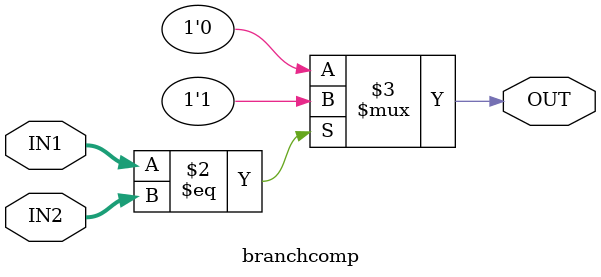
<source format=sv>
module branchcomp #(parameter WIDTH=32) (
    input wire [WIDTH-1:0] IN1, IN2,
    output wire OUT
);

always_comb begin 
    OUT=(IN1==IN2)?1'b1:1'b0;
end
    
endmodule
</source>
